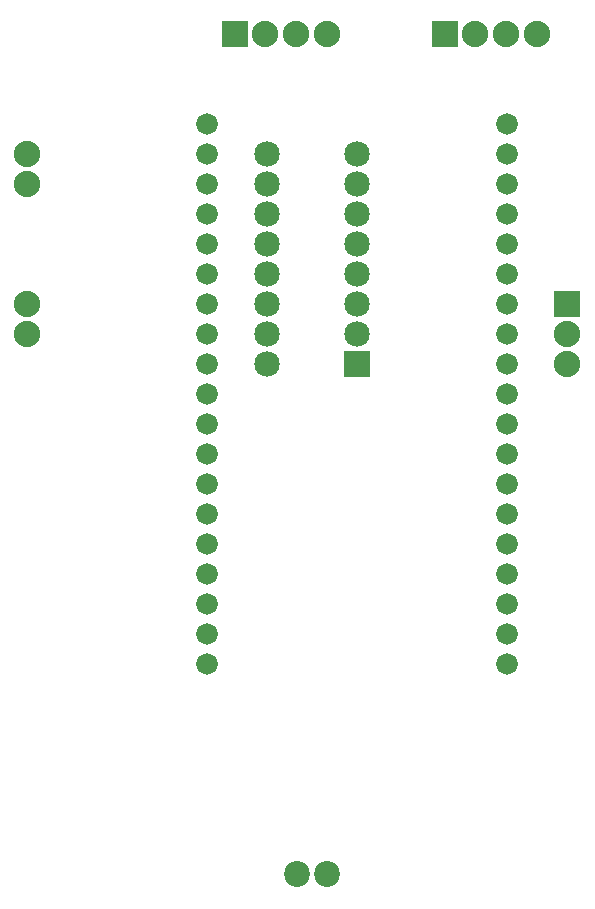
<source format=gbs>
G04 MADE WITH FRITZING*
G04 WWW.FRITZING.ORG*
G04 SINGLE SIDED*
G04 HOLES NOT PLATED*
G04 CONTOUR ON CENTER OF CONTOUR VECTOR*
%ASAXBY*%
%FSLAX23Y23*%
%MOIN*%
%OFA0B0*%
%SFA1.0B1.0*%
%ADD10C,0.086417*%
%ADD11C,0.088000*%
%ADD12C,0.072000*%
%ADD13C,0.085000*%
%ADD14R,0.088000X0.088000*%
%ADD15R,0.085000X0.085000*%
%LNMASK0*%
G90*
G70*
G54D10*
X1429Y165D03*
X1329Y165D03*
G54D11*
X429Y2565D03*
X429Y2465D03*
X429Y1965D03*
X429Y2065D03*
X1120Y2965D03*
X1220Y2965D03*
X1324Y2965D03*
X1429Y2965D03*
X1820Y2965D03*
X1920Y2965D03*
X2024Y2965D03*
X2129Y2965D03*
G54D12*
X2029Y1165D03*
X2029Y1265D03*
X2029Y1365D03*
X2029Y1465D03*
X2029Y1565D03*
X2029Y1665D03*
X2029Y1765D03*
X2029Y1865D03*
X2029Y1965D03*
X2029Y2065D03*
X2029Y2165D03*
X2029Y2265D03*
X2029Y2365D03*
X2029Y2465D03*
X2029Y2565D03*
X2029Y2665D03*
X2029Y866D03*
X2029Y965D03*
X2029Y1065D03*
X1029Y1165D03*
X1029Y1265D03*
X1029Y1365D03*
X1029Y1465D03*
X1029Y1565D03*
X1029Y1665D03*
X1029Y1765D03*
X1029Y1865D03*
X1029Y1965D03*
X1029Y2065D03*
X1029Y2165D03*
X1029Y2265D03*
X1029Y2365D03*
X1029Y2465D03*
X1029Y2565D03*
X1029Y2665D03*
X1029Y865D03*
X1029Y965D03*
X1029Y1065D03*
G54D13*
X1529Y1865D03*
X1229Y1865D03*
X1529Y1965D03*
X1229Y1965D03*
X1529Y2065D03*
X1229Y2065D03*
X1529Y2165D03*
X1229Y2165D03*
X1529Y2265D03*
X1229Y2265D03*
X1529Y2365D03*
X1229Y2365D03*
X1529Y2465D03*
X1229Y2465D03*
X1529Y2565D03*
X1229Y2565D03*
G54D11*
X2229Y2065D03*
X2229Y1965D03*
X2229Y1865D03*
G54D14*
X1120Y2965D03*
X1820Y2965D03*
G54D15*
X1529Y1865D03*
G54D14*
X2229Y2065D03*
G04 End of Mask0*
M02*
</source>
